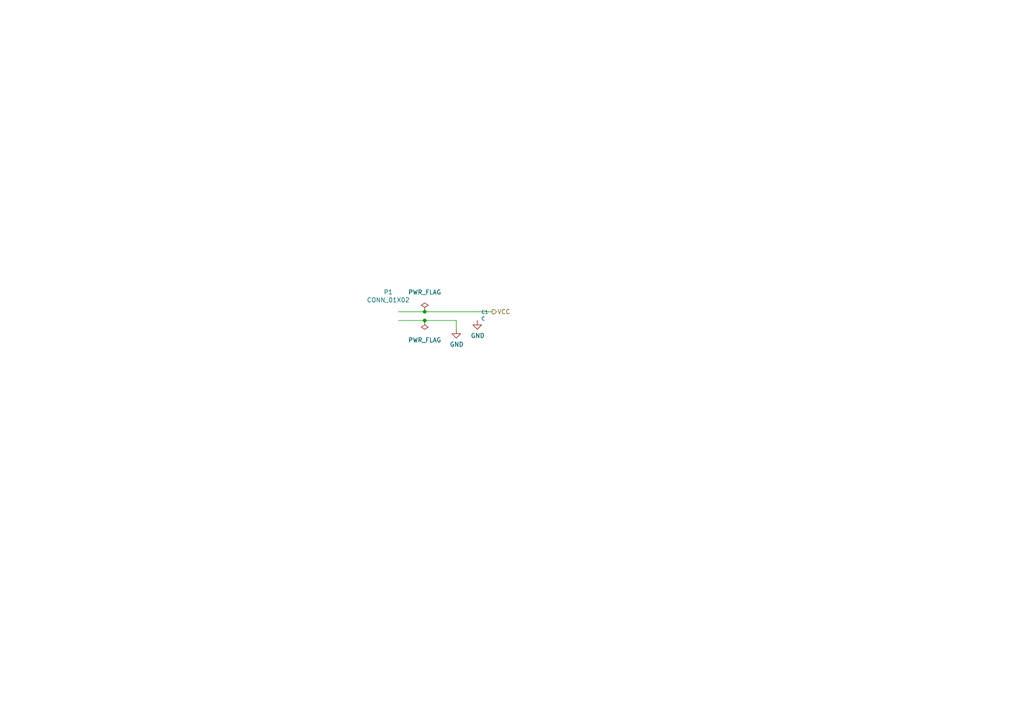
<source format=kicad_sch>
(kicad_sch (version 20231120) (generator "eeschema") (generator_version "8.99")
  (paper "A4")
  (lib_symbols
    (symbol "power:GND" (power) (pin_names (offset 0))
      (property "Value" "GND" (at 0 -3.81 0))
      (symbol "GND_0_1"
        (polyline (pts (xy 0 0) (xy 0 -1.27) (xy 1.27 -1.27) (xy 0 -2.54) (xy -1.27 -1.27) (xy 0 -1.27)))
      )
      (symbol "GND_1_1"
        (pin power_in line (at 0 0 270) (length 0) hide (name "GND") (number "1"))
      )
    )
    (symbol "power:PWR_FLAG" (power) (pin_numbers hide) (pin_names (offset 0) hide)
      (property "Value" "PWR_FLAG" (at 0 3.81 0))
      (symbol "PWR_FLAG_0_0"
        (pin power_out line (at 0 0 90) (length 0) (name "pwr") (number "1"))
      )
      (symbol "PWR_FLAG_0_1"
        (polyline (pts (xy 0 0) (xy 0 1.27) (xy -1.016 1.905) (xy 0 2.54) (xy 1.016 1.905) (xy 0 1.27)))
      )
    )
  )
  (junction (at 123.19 92.964))
  (junction (at 123.19 90.424))
  (wire (pts (xy 115.57 92.964) (xy 123.19 92.964)))
  (wire (pts (xy 115.57 90.424) (xy 123.19 90.424)))
  (wire (pts (xy 132.334 92.964) (xy 132.334 95.504)))
  (wire (pts (xy 123.19 90.424) (xy 142.748 90.424)))
  (wire (pts (xy 123.19 92.964) (xy 132.334 92.964)))
  (hierarchical_label "VCC" (shape output) (at 142.748 90.424 0))
  (symbol (lib_id "fail-project-rescue:CONN_01X02-conn") (at 110.49 91.694 180) (unit 1)
    (property "Reference" "P1" (at 112.5982 84.709 0))
    (property "Value" "CONN_01X02" (at 112.5982 87.0204 0))
    (property "Footprint" "Connector_JST:JST_JWPF_B02B-JWPF-SK-R_1x02_P2.00mm_Vertical" (effects (hide yes)))
  )
  (symbol (lib_id "power:PWR_FLAG") (at 123.19 90.424 0) (unit 1)
    (property "Reference" "#FLG01" (effects (hide yes)))
    (property "Value" "PWR_FLAG" (at 123.19 84.7598 0))
  )
  (symbol (lib_id "power:PWR_FLAG") (at 123.19 92.964 180) (unit 1)
    (property "Reference" "#FLG02" (effects (hide yes)))
    (property "Value" "PWR_FLAG" (at 123.19 98.6282 0))
  )
  (symbol (lib_id "power:GND") (at 132.334 95.504 0) (unit 1)
    (property "Reference" "#PWR01" (effects (hide yes)))
    (property "Value" "GND" (at 132.461 99.8982 0))
  )
  (symbol (lib_id "fail-project-rescue:C-passive") (at 138.43 91.694 270) (unit 1)
    (property "Reference" "C1" (at 139.5476 90.5256 90) (effects (font (size 1.016 1.016)) (justify left)))
    (property "Value" "C" (at 139.5476 92.456 90) (effects (font (size 1.016 1.016)) (justify left)))
    (property "Footprint" "Capacitor_SMD:C_0402_1005Metric" (effects (hide yes)))
  )
  (symbol (lib_id "power:GND") (at 138.43 92.964 0) (unit 1)
    (property "Reference" "#PWR02" (effects (hide yes)))
    (property "Value" "GND" (at 138.557 97.3582 0))
  )
)
</source>
